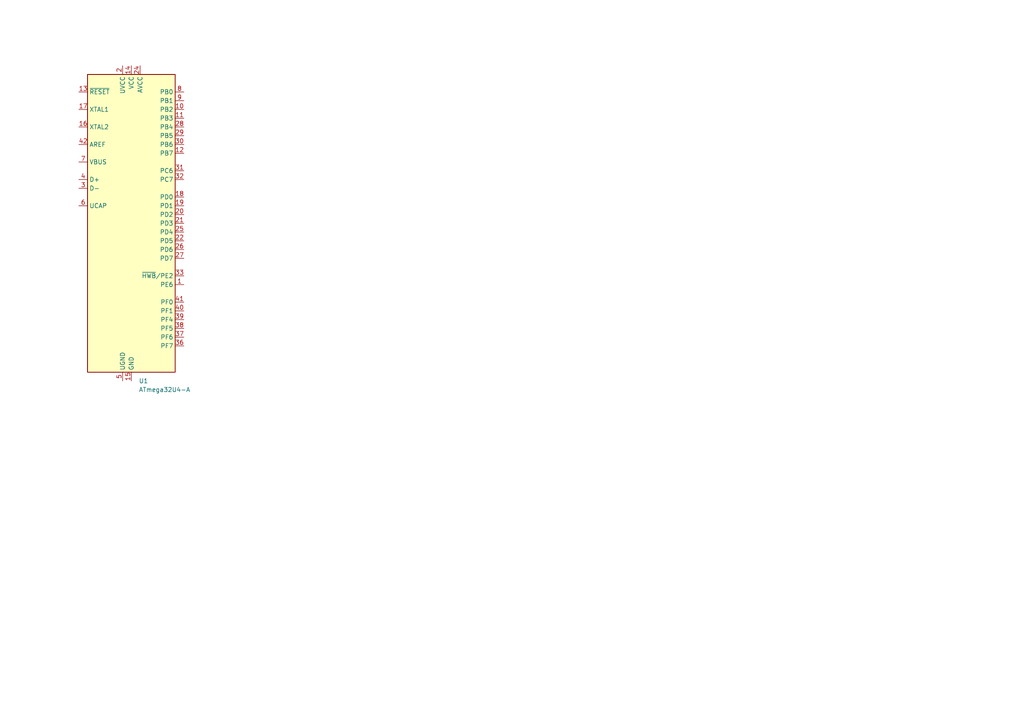
<source format=kicad_sch>
(kicad_sch (version 20250114) (generator "eeschema") (generator_version "9.0")
  (paper "A4")
  (lib_symbols
    (symbol "MCU_Microchip_ATmega:ATmega32U4-A"
      (property "Reference" "U" (at -12.7 44.45 0))
      (property "Value" "ATmega32U4-A" (at 2.54 -44.45 0))
      (symbol "ATmega32U4-A_0_1"
        (rectangle (start -12.7 -43.18) (end 12.7 43.18) (stroke (width 0.254)) (fill (type background)))
      )
      (symbol "ATmega32U4-A_1_1"
        (pin input line (at -15.24 38.1 0) (length 2.54) (name "~{RESET}") (number "13"))
        (pin input line (at -15.24 33.02 0) (length 2.54) (name "XTAL1") (number "17"))
        (pin output line (at -15.24 27.94 0) (length 2.54) (name "XTAL2") (number "16"))
        (pin passive line (at -15.24 22.86 0) (length 2.54) (name "AREF") (number "42"))
        (pin input line (at -15.24 17.78 0) (length 2.54) (name "VBUS") (number "7"))
        (pin bidirectional line (at -15.24 12.7 0) (length 2.54) (name "D+") (number "4"))
        (pin bidirectional line (at -15.24 10.16 0) (length 2.54) (name "D-") (number "3"))
        (pin passive line (at -15.24 5.08 0) (length 2.54) (name "UCAP") (number "6"))
        (pin power_in line (at -2.54 45.72 270) (length 2.54) (name "UVCC") (number "2"))
        (pin passive line (at -2.54 -45.72 90) (length 2.54) (name "UGND") (number "5"))
        (pin power_in line (at 0 45.72 270) (length 2.54) (name "VCC") (number "14"))
        (pin passive line (at 0 45.72 270) (length 2.54) (hide yes) (name "VCC") (number "34"))
        (pin power_in line (at 0 -45.72 90) (length 2.54) (name "GND") (number "15"))
        (pin passive line (at 0 -45.72 90) (length 2.54) (hide yes) (name "GND") (number "23"))
        (pin passive line (at 0 -45.72 90) (length 2.54) (hide yes) (name "GND") (number "35"))
        (pin passive line (at 0 -45.72 90) (length 2.54) (hide yes) (name "GND") (number "43"))
        (pin power_in line (at 2.54 45.72 270) (length 2.54) (name "AVCC") (number "24"))
        (pin passive line (at 2.54 45.72 270) (length 2.54) (hide yes) (name "AVCC") (number "44"))
        (pin bidirectional line (at 15.24 38.1 180) (length 2.54) (name "PB0") (number "8"))
        (pin bidirectional line (at 15.24 35.56 180) (length 2.54) (name "PB1") (number "9"))
        (pin bidirectional line (at 15.24 33.02 180) (length 2.54) (name "PB2") (number "10"))
        (pin bidirectional line (at 15.24 30.48 180) (length 2.54) (name "PB3") (number "11"))
        (pin bidirectional line (at 15.24 27.94 180) (length 2.54) (name "PB4") (number "28"))
        (pin bidirectional line (at 15.24 25.4 180) (length 2.54) (name "PB5") (number "29"))
        (pin bidirectional line (at 15.24 22.86 180) (length 2.54) (name "PB6") (number "30"))
        (pin bidirectional line (at 15.24 20.32 180) (length 2.54) (name "PB7") (number "12"))
        (pin bidirectional line (at 15.24 15.24 180) (length 2.54) (name "PC6") (number "31"))
        (pin bidirectional line (at 15.24 12.7 180) (length 2.54) (name "PC7") (number "32"))
        (pin bidirectional line (at 15.24 7.62 180) (length 2.54) (name "PD0") (number "18"))
        (pin bidirectional line (at 15.24 5.08 180) (length 2.54) (name "PD1") (number "19"))
        (pin bidirectional line (at 15.24 2.54 180) (length 2.54) (name "PD2") (number "20"))
        (pin bidirectional line (at 15.24 0 180) (length 2.54) (name "PD3") (number "21"))
        (pin bidirectional line (at 15.24 -2.54 180) (length 2.54) (name "PD4") (number "25"))
        (pin bidirectional line (at 15.24 -5.08 180) (length 2.54) (name "PD5") (number "22"))
        (pin bidirectional line (at 15.24 -7.62 180) (length 2.54) (name "PD6") (number "26"))
        (pin bidirectional line (at 15.24 -10.16 180) (length 2.54) (name "PD7") (number "27"))
        (pin bidirectional line (at 15.24 -15.24 180) (length 2.54) (name "~{HWB}/PE2") (number "33"))
        (pin bidirectional line (at 15.24 -17.78 180) (length 2.54) (name "PE6") (number "1"))
        (pin bidirectional line (at 15.24 -22.86 180) (length 2.54) (name "PF0") (number "41"))
        (pin bidirectional line (at 15.24 -25.4 180) (length 2.54) (name "PF1") (number "40"))
        (pin bidirectional line (at 15.24 -27.94 180) (length 2.54) (name "PF4") (number "39"))
        (pin bidirectional line (at 15.24 -30.48 180) (length 2.54) (name "PF5") (number "38"))
        (pin bidirectional line (at 15.24 -33.02 180) (length 2.54) (name "PF6") (number "37"))
        (pin bidirectional line (at 15.24 -35.56 180) (length 2.54) (name "PF7") (number "36"))
      )
    )
  )
  (symbol (lib_id "MCU_Microchip_ATmega:ATmega32U4-A") (at 38.1 64.77 0) (unit 1)
    (property "Reference" "U1" (at 40.2433 110.49 0) (effects (justify left)))
    (property "Value" "ATmega32U4-A" (at 40.2433 113.03 0) (effects (justify left)))
    (property "Footprint" "Package_QFP:TQFP-44_10x10mm_P0.8mm" (effects (hide yes)))
    (property "Datasheet" "http://ww1.microchip.com/downloads/en/DeviceDoc/Atmel-7766-8-bit-AVR-ATmega16U4-32U4_Datasheet.pdf" (effects (hide yes)))
    (property "Description" "16MHz, 32kB Flash, 2.5kB SRAM, 1kB EEPROM, USB 2.0, TQFP-44" (effects (hide yes)))
  )
)
</source>
